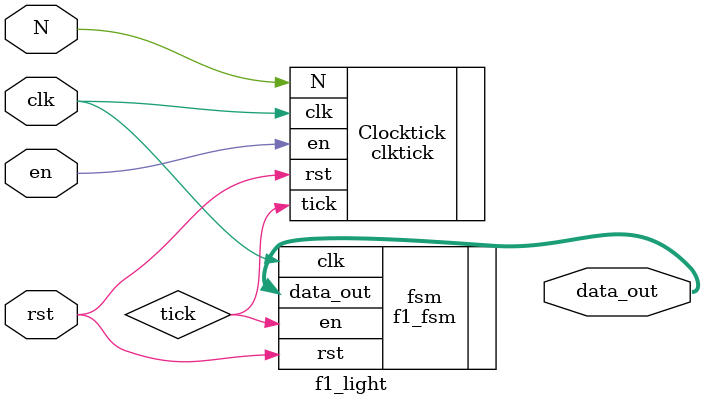
<source format=sv>
module f1_light(
    input logic     N,
    input logic     en,
    input logic     rst,
    input logic     clk,
    output logic    [7:0] data_out
);

logic tick;

clktick Clocktick(
    .N(N),
    .en(en),
    .rst(rst),
    .clk(clk),
    .tick(tick)
);

f1_fsm fsm(
    .rst(rst),
    .en(tick),
    .clk(clk),
    .data_out(data_out)
);
endmodule

</source>
